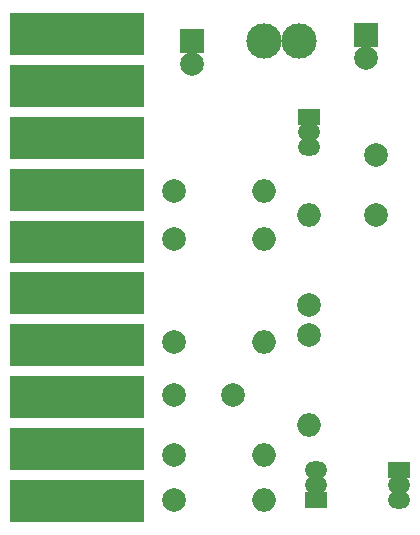
<source format=gbr>
G04 #@! TF.GenerationSoftware,KiCad,Pcbnew,(2017-12-21 revision 23d71cfa9)-makepkg*
G04 #@! TF.CreationDate,2018-07-16T19:44:21-04:00*
G04 #@! TF.ProjectId,OdysseyDaughterCardHorizSyncGenerator,4F647973736579446175676874657243,0.1*
G04 #@! TF.SameCoordinates,Original*
G04 #@! TF.FileFunction,Soldermask,Bot*
G04 #@! TF.FilePolarity,Negative*
%FSLAX46Y46*%
G04 Gerber Fmt 4.6, Leading zero omitted, Abs format (unit mm)*
G04 Created by KiCad (PCBNEW (2017-12-21 revision 23d71cfa9)-makepkg) date 07/16/18 19:44:21*
%MOMM*%
%LPD*%
G01*
G04 APERTURE LIST*
%ADD10R,11.400000X3.650000*%
%ADD11C,2.000000*%
%ADD12R,2.000000X2.000000*%
%ADD13C,3.000000*%
%ADD14O,1.900000X1.450000*%
%ADD15R,1.900000X1.450000*%
%ADD16O,2.000000X2.000000*%
G04 APERTURE END LIST*
D10*
X129000000Y-81250000D03*
X129000000Y-85638888D03*
X129000000Y-90027776D03*
X129000000Y-94416664D03*
X129000000Y-98805552D03*
X129000000Y-103194440D03*
X129000000Y-107583328D03*
X129000000Y-111972216D03*
X129000000Y-116361104D03*
X129000000Y-120749992D03*
D11*
X154305000Y-96520000D03*
X154305000Y-91520000D03*
X142160000Y-111760000D03*
X137160000Y-111760000D03*
D12*
X138684000Y-81788000D03*
D11*
X138684000Y-83788000D03*
X153416000Y-83280000D03*
D12*
X153416000Y-81280000D03*
D13*
X144780000Y-81788000D03*
X147780000Y-81788000D03*
D14*
X148590000Y-89535000D03*
X148590000Y-90805000D03*
D15*
X148590000Y-88265000D03*
X149225000Y-120650000D03*
D14*
X149225000Y-118110000D03*
X149225000Y-119380000D03*
X156210000Y-119380000D03*
X156210000Y-120650000D03*
D15*
X156210000Y-118110000D03*
D16*
X144780000Y-120650000D03*
D11*
X137160000Y-120650000D03*
X137160000Y-98552000D03*
D16*
X144780000Y-98552000D03*
D11*
X137160000Y-116840000D03*
D16*
X144780000Y-116840000D03*
X148590000Y-96520000D03*
D11*
X148590000Y-104140000D03*
X137160000Y-107315000D03*
D16*
X144780000Y-107315000D03*
X148590000Y-114300000D03*
D11*
X148590000Y-106680000D03*
X137160000Y-94488000D03*
D16*
X144780000Y-94488000D03*
M02*

</source>
